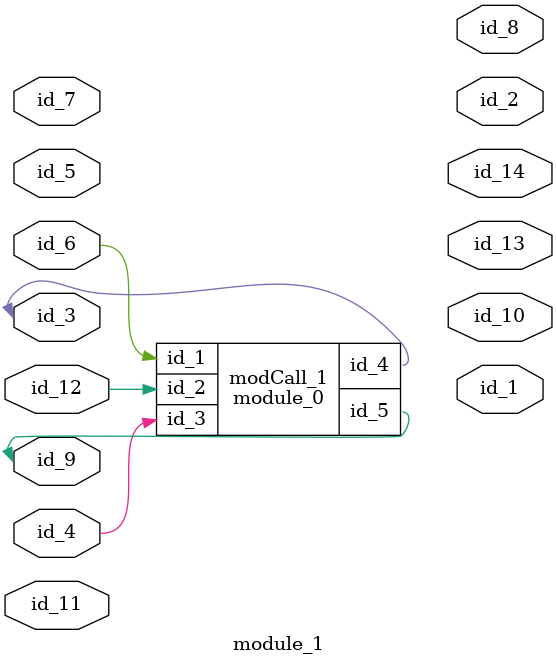
<source format=v>
module module_0 (
    id_1,
    id_2,
    id_3,
    id_4,
    id_5
);
  output wire id_5;
  inout wire id_4;
  input wire id_3;
  input wire id_2;
  input wire id_1;
  wire id_6, id_7;
  assign id_4 = 1;
endmodule
module module_1 (
    id_1,
    id_2,
    id_3,
    id_4,
    id_5,
    id_6,
    id_7,
    id_8,
    id_9,
    id_10,
    id_11,
    id_12,
    id_13,
    id_14
);
  output wire id_14;
  output wire id_13;
  input wire id_12;
  inout wire id_11;
  output wire id_10;
  inout wire id_9;
  output wire id_8;
  inout wire id_7;
  input wire id_6;
  input wire id_5;
  input wire id_4;
  inout wire id_3;
  output wire id_2;
  output wire id_1;
  wire id_15;
  module_0 modCall_1 (
      id_6,
      id_12,
      id_4,
      id_3,
      id_9
  );
endmodule

</source>
